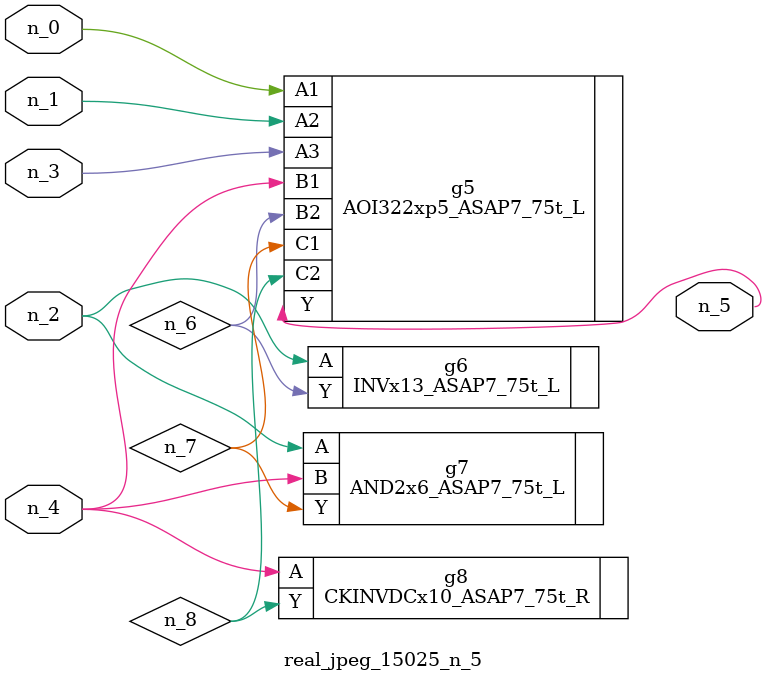
<source format=v>
module real_jpeg_15025_n_5 (n_4, n_0, n_1, n_2, n_3, n_5);

input n_4;
input n_0;
input n_1;
input n_2;
input n_3;

output n_5;

wire n_8;
wire n_6;
wire n_7;

AOI322xp5_ASAP7_75t_L g5 ( 
.A1(n_0),
.A2(n_1),
.A3(n_3),
.B1(n_4),
.B2(n_6),
.C1(n_7),
.C2(n_8),
.Y(n_5)
);

INVx13_ASAP7_75t_L g6 ( 
.A(n_2),
.Y(n_6)
);

AND2x6_ASAP7_75t_L g7 ( 
.A(n_2),
.B(n_4),
.Y(n_7)
);

CKINVDCx10_ASAP7_75t_R g8 ( 
.A(n_4),
.Y(n_8)
);


endmodule
</source>
